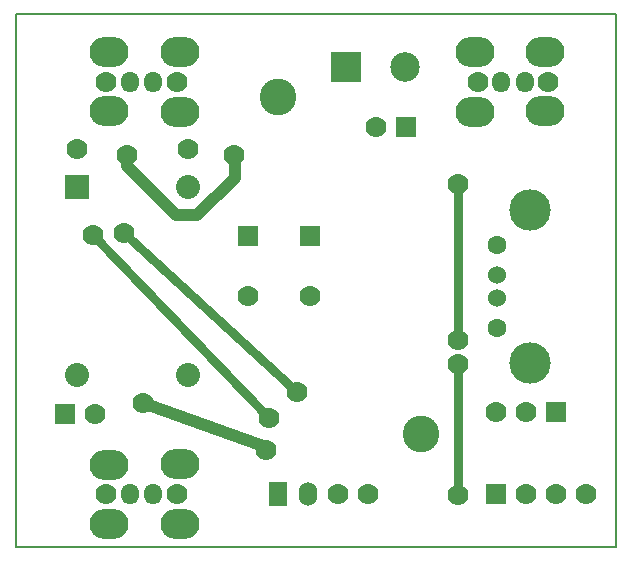
<source format=gbr>
G04 #@! TF.FileFunction,Copper,L1,Top,Signal*
%FSLAX46Y46*%
G04 Gerber Fmt 4.6, Leading zero omitted, Abs format (unit mm)*
G04 Created by KiCad (PCBNEW (2015-09-15 BZR 6201)-product) date Fri 01 Apr 2016 05:48:24 PM EEST*
%MOMM*%
G01*
G04 APERTURE LIST*
%ADD10C,0.100000*%
%ADD11C,0.150000*%
%ADD12R,1.778000X1.778000*%
%ADD13C,1.778000*%
%ADD14C,1.600200*%
%ADD15C,1.524000*%
%ADD16C,3.500120*%
%ADD17R,2.032000X2.032000*%
%ADD18C,2.032000*%
%ADD19R,2.499360X2.499360*%
%ADD20C,2.499360*%
%ADD21R,1.524000X2.032000*%
%ADD22O,1.524000X2.032000*%
%ADD23C,3.101340*%
%ADD24O,1.524000X1.778000*%
%ADD25O,3.302000X2.540000*%
%ADD26C,0.762000*%
%ADD27C,1.016000*%
G04 APERTURE END LIST*
D10*
D11*
X0Y0D02*
X0Y-45085000D01*
X50800000Y0D02*
X0Y0D01*
X50800000Y-45085000D02*
X50800000Y0D01*
X0Y-45085000D02*
X50800000Y-45085000D01*
D12*
X24892000Y-18796000D03*
D13*
X24892000Y-23876000D03*
D14*
X40767000Y-26543000D03*
D15*
X40767000Y-24043640D03*
X40767000Y-22044660D03*
D14*
X40767000Y-19542760D03*
D16*
X43517820Y-29542740D03*
X43517820Y-16543020D03*
D12*
X33020000Y-9525000D03*
D13*
X30480000Y-9525000D03*
D12*
X4127500Y-33845500D03*
D13*
X6667500Y-33845500D03*
D17*
X5207000Y-14668500D03*
D18*
X14605000Y-14668500D03*
X5207000Y-30543500D03*
X14605000Y-30543500D03*
D19*
X27940000Y-4445000D03*
D20*
X32941260Y-4445000D03*
D12*
X19685000Y-18796000D03*
D13*
X19685000Y-23876000D03*
D21*
X22225000Y-40640000D03*
D22*
X24765000Y-40640000D03*
D13*
X27305000Y-40640000D03*
X29845000Y-40640000D03*
D23*
X22225000Y-6985000D03*
X34290000Y-35560000D03*
D12*
X40640000Y-40640000D03*
D13*
X43180000Y-40640000D03*
X45720000Y-40640000D03*
X48260000Y-40640000D03*
D12*
X45720000Y-33655000D03*
D13*
X43180000Y-33655000D03*
X40640000Y-33655000D03*
X45085000Y-5715000D03*
D24*
X43085000Y-5715000D03*
X41085000Y-5715000D03*
D13*
X39085000Y-5715000D03*
D25*
X38830000Y-8255000D03*
X38830000Y-3175000D03*
X44835000Y-8215000D03*
X44835000Y-3215000D03*
D13*
X7620000Y-5715000D03*
D24*
X9620000Y-5715000D03*
X11620000Y-5715000D03*
D13*
X13620000Y-5715000D03*
D25*
X13875000Y-3175000D03*
X13875000Y-8255000D03*
X7870000Y-3215000D03*
X7870000Y-8215000D03*
D13*
X7620000Y-40640000D03*
D24*
X9620000Y-40640000D03*
X11620000Y-40640000D03*
D13*
X13620000Y-40640000D03*
D25*
X13875000Y-38100000D03*
X13875000Y-43180000D03*
X7870000Y-38140000D03*
X7870000Y-43140000D03*
D13*
X5207000Y-11430000D03*
X14605000Y-11430000D03*
X37465000Y-27559000D03*
X37465000Y-14351000D03*
X37465000Y-40703500D03*
X37465000Y-29654500D03*
X21209000Y-36893500D03*
X10731500Y-32956500D03*
X9398000Y-11938000D03*
X18478500Y-11938000D03*
X6540500Y-18669000D03*
X21399500Y-34226500D03*
X9144000Y-18542000D03*
X23812500Y-32004000D03*
D26*
X37465000Y-27559000D02*
X37465000Y-14351000D01*
X37465000Y-29654500D02*
X37465000Y-40703500D01*
D27*
X10731500Y-32956500D02*
X21145500Y-36639500D01*
X21145500Y-36639500D02*
X21209000Y-36893500D01*
X9398000Y-11938000D02*
X9398000Y-12827000D01*
X18542000Y-11938000D02*
X18478500Y-11938000D01*
X18542000Y-13843000D02*
X18542000Y-11938000D01*
X15367000Y-17018000D02*
X18542000Y-13843000D01*
X13589000Y-17018000D02*
X15367000Y-17018000D01*
X9398000Y-12827000D02*
X13589000Y-17018000D01*
D26*
X6540500Y-18669000D02*
X21399500Y-34226500D01*
X9144000Y-18542000D02*
X23812500Y-32004000D01*
M02*

</source>
